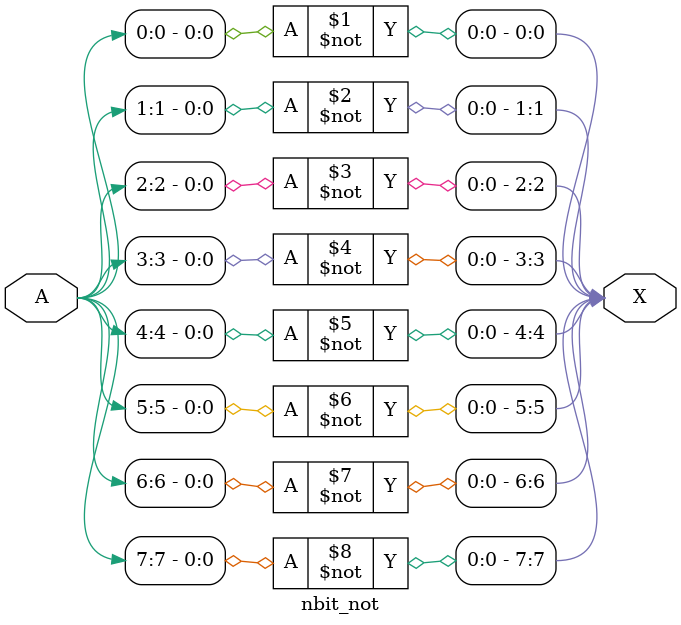
<source format=sv>
module nbit_not #(parameter bits=8) (
	input [bits-1:0] A,
	output [bits-1:0] X);
	
	genvar i;
	generate
		for (i = 0; i < bits; i++) begin : generate_not
			assign X[i] = ~A[i];
		end
	endgenerate
	
endmodule
</source>
